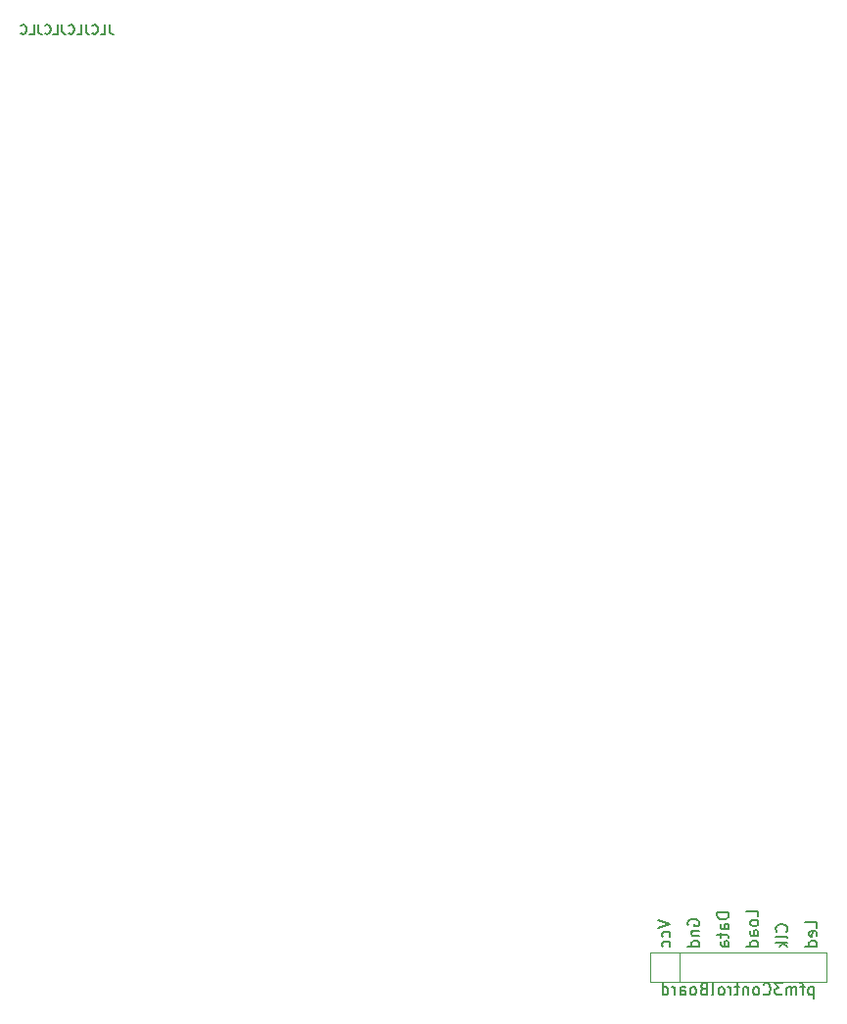
<source format=gbr>
G04 #@! TF.GenerationSoftware,KiCad,Pcbnew,(5.1.8)-1*
G04 #@! TF.CreationDate,2022-11-27T21:23:24+01:00*
G04 #@! TF.ProjectId,pfm3_ctrl,70666d33-5f63-4747-926c-2e6b69636164,rev?*
G04 #@! TF.SameCoordinates,Original*
G04 #@! TF.FileFunction,Legend,Bot*
G04 #@! TF.FilePolarity,Positive*
%FSLAX46Y46*%
G04 Gerber Fmt 4.6, Leading zero omitted, Abs format (unit mm)*
G04 Created by KiCad (PCBNEW (5.1.8)-1) date 2022-11-27 21:23:24*
%MOMM*%
%LPD*%
G01*
G04 APERTURE LIST*
%ADD10C,0.120000*%
%ADD11C,0.150000*%
G04 APERTURE END LIST*
D10*
X127762000Y-116205000D02*
X127762000Y-118745000D01*
X140462000Y-118745000D02*
X125222000Y-118745000D01*
X140462000Y-116205000D02*
X140462000Y-118745000D01*
X125222000Y-116205000D02*
X140462000Y-116205000D01*
X125222000Y-118745000D02*
X125222000Y-116205000D01*
D11*
X139365809Y-119165714D02*
X139365809Y-120165714D01*
X139365809Y-119213333D02*
X139270571Y-119165714D01*
X139080095Y-119165714D01*
X138984857Y-119213333D01*
X138937238Y-119260952D01*
X138889619Y-119356190D01*
X138889619Y-119641904D01*
X138937238Y-119737142D01*
X138984857Y-119784761D01*
X139080095Y-119832380D01*
X139270571Y-119832380D01*
X139365809Y-119784761D01*
X138603904Y-119165714D02*
X138222952Y-119165714D01*
X138461047Y-119832380D02*
X138461047Y-118975238D01*
X138413428Y-118880000D01*
X138318190Y-118832380D01*
X138222952Y-118832380D01*
X137889619Y-119832380D02*
X137889619Y-119165714D01*
X137889619Y-119260952D02*
X137842000Y-119213333D01*
X137746761Y-119165714D01*
X137603904Y-119165714D01*
X137508666Y-119213333D01*
X137461047Y-119308571D01*
X137461047Y-119832380D01*
X137461047Y-119308571D02*
X137413428Y-119213333D01*
X137318190Y-119165714D01*
X137175333Y-119165714D01*
X137080095Y-119213333D01*
X137032476Y-119308571D01*
X137032476Y-119832380D01*
X136651523Y-118832380D02*
X136032476Y-118832380D01*
X136365809Y-119213333D01*
X136222952Y-119213333D01*
X136127714Y-119260952D01*
X136080095Y-119308571D01*
X136032476Y-119403809D01*
X136032476Y-119641904D01*
X136080095Y-119737142D01*
X136127714Y-119784761D01*
X136222952Y-119832380D01*
X136508666Y-119832380D01*
X136603904Y-119784761D01*
X136651523Y-119737142D01*
X135032476Y-119737142D02*
X135080095Y-119784761D01*
X135222952Y-119832380D01*
X135318190Y-119832380D01*
X135461047Y-119784761D01*
X135556285Y-119689523D01*
X135603904Y-119594285D01*
X135651523Y-119403809D01*
X135651523Y-119260952D01*
X135603904Y-119070476D01*
X135556285Y-118975238D01*
X135461047Y-118880000D01*
X135318190Y-118832380D01*
X135222952Y-118832380D01*
X135080095Y-118880000D01*
X135032476Y-118927619D01*
X134461047Y-119832380D02*
X134556285Y-119784761D01*
X134603904Y-119737142D01*
X134651523Y-119641904D01*
X134651523Y-119356190D01*
X134603904Y-119260952D01*
X134556285Y-119213333D01*
X134461047Y-119165714D01*
X134318190Y-119165714D01*
X134222952Y-119213333D01*
X134175333Y-119260952D01*
X134127714Y-119356190D01*
X134127714Y-119641904D01*
X134175333Y-119737142D01*
X134222952Y-119784761D01*
X134318190Y-119832380D01*
X134461047Y-119832380D01*
X133699142Y-119165714D02*
X133699142Y-119832380D01*
X133699142Y-119260952D02*
X133651523Y-119213333D01*
X133556285Y-119165714D01*
X133413428Y-119165714D01*
X133318190Y-119213333D01*
X133270571Y-119308571D01*
X133270571Y-119832380D01*
X132937238Y-119165714D02*
X132556285Y-119165714D01*
X132794380Y-118832380D02*
X132794380Y-119689523D01*
X132746761Y-119784761D01*
X132651523Y-119832380D01*
X132556285Y-119832380D01*
X132222952Y-119832380D02*
X132222952Y-119165714D01*
X132222952Y-119356190D02*
X132175333Y-119260952D01*
X132127714Y-119213333D01*
X132032476Y-119165714D01*
X131937238Y-119165714D01*
X131461047Y-119832380D02*
X131556285Y-119784761D01*
X131603904Y-119737142D01*
X131651523Y-119641904D01*
X131651523Y-119356190D01*
X131603904Y-119260952D01*
X131556285Y-119213333D01*
X131461047Y-119165714D01*
X131318190Y-119165714D01*
X131222952Y-119213333D01*
X131175333Y-119260952D01*
X131127714Y-119356190D01*
X131127714Y-119641904D01*
X131175333Y-119737142D01*
X131222952Y-119784761D01*
X131318190Y-119832380D01*
X131461047Y-119832380D01*
X130556285Y-119832380D02*
X130651523Y-119784761D01*
X130699142Y-119689523D01*
X130699142Y-118832380D01*
X129842000Y-119308571D02*
X129699142Y-119356190D01*
X129651523Y-119403809D01*
X129603904Y-119499047D01*
X129603904Y-119641904D01*
X129651523Y-119737142D01*
X129699142Y-119784761D01*
X129794380Y-119832380D01*
X130175333Y-119832380D01*
X130175333Y-118832380D01*
X129842000Y-118832380D01*
X129746761Y-118880000D01*
X129699142Y-118927619D01*
X129651523Y-119022857D01*
X129651523Y-119118095D01*
X129699142Y-119213333D01*
X129746761Y-119260952D01*
X129842000Y-119308571D01*
X130175333Y-119308571D01*
X129032476Y-119832380D02*
X129127714Y-119784761D01*
X129175333Y-119737142D01*
X129222952Y-119641904D01*
X129222952Y-119356190D01*
X129175333Y-119260952D01*
X129127714Y-119213333D01*
X129032476Y-119165714D01*
X128889619Y-119165714D01*
X128794380Y-119213333D01*
X128746761Y-119260952D01*
X128699142Y-119356190D01*
X128699142Y-119641904D01*
X128746761Y-119737142D01*
X128794380Y-119784761D01*
X128889619Y-119832380D01*
X129032476Y-119832380D01*
X127842000Y-119832380D02*
X127842000Y-119308571D01*
X127889619Y-119213333D01*
X127984857Y-119165714D01*
X128175333Y-119165714D01*
X128270571Y-119213333D01*
X127842000Y-119784761D02*
X127937238Y-119832380D01*
X128175333Y-119832380D01*
X128270571Y-119784761D01*
X128318190Y-119689523D01*
X128318190Y-119594285D01*
X128270571Y-119499047D01*
X128175333Y-119451428D01*
X127937238Y-119451428D01*
X127842000Y-119403809D01*
X127365809Y-119832380D02*
X127365809Y-119165714D01*
X127365809Y-119356190D02*
X127318190Y-119260952D01*
X127270571Y-119213333D01*
X127175333Y-119165714D01*
X127080095Y-119165714D01*
X126318190Y-119832380D02*
X126318190Y-118832380D01*
X126318190Y-119784761D02*
X126413428Y-119832380D01*
X126603904Y-119832380D01*
X126699142Y-119784761D01*
X126746761Y-119737142D01*
X126794380Y-119641904D01*
X126794380Y-119356190D01*
X126746761Y-119260952D01*
X126699142Y-119213333D01*
X126603904Y-119165714D01*
X126413428Y-119165714D01*
X126318190Y-119213333D01*
X139644380Y-114022142D02*
X139644380Y-113545951D01*
X138644380Y-113545951D01*
X139596761Y-114736428D02*
X139644380Y-114641190D01*
X139644380Y-114450713D01*
X139596761Y-114355475D01*
X139501523Y-114307856D01*
X139120571Y-114307856D01*
X139025333Y-114355475D01*
X138977714Y-114450713D01*
X138977714Y-114641190D01*
X139025333Y-114736428D01*
X139120571Y-114784047D01*
X139215809Y-114784047D01*
X139311047Y-114307856D01*
X139644380Y-115641190D02*
X138644380Y-115641190D01*
X139596761Y-115641190D02*
X139644380Y-115545951D01*
X139644380Y-115355475D01*
X139596761Y-115260237D01*
X139549142Y-115212618D01*
X139453904Y-115164999D01*
X139168190Y-115164999D01*
X139072952Y-115212618D01*
X139025333Y-115260237D01*
X138977714Y-115355475D01*
X138977714Y-115545951D01*
X139025333Y-115641190D01*
X137009142Y-114355476D02*
X137056761Y-114307857D01*
X137104380Y-114164999D01*
X137104380Y-114069761D01*
X137056761Y-113926904D01*
X136961523Y-113831666D01*
X136866285Y-113784047D01*
X136675809Y-113736428D01*
X136532952Y-113736428D01*
X136342476Y-113784047D01*
X136247238Y-113831666D01*
X136152000Y-113926904D01*
X136104380Y-114069761D01*
X136104380Y-114164999D01*
X136152000Y-114307857D01*
X136199619Y-114355476D01*
X137104380Y-114926904D02*
X137056761Y-114831666D01*
X136961523Y-114784047D01*
X136104380Y-114784047D01*
X137104380Y-115307857D02*
X136104380Y-115307857D01*
X136723428Y-115403095D02*
X137104380Y-115688809D01*
X136437714Y-115688809D02*
X136818666Y-115307857D01*
X134564380Y-113069760D02*
X134564380Y-112593570D01*
X133564380Y-112593570D01*
X134564380Y-113545951D02*
X134516761Y-113450713D01*
X134469142Y-113403094D01*
X134373904Y-113355475D01*
X134088190Y-113355475D01*
X133992952Y-113403094D01*
X133945333Y-113450713D01*
X133897714Y-113545951D01*
X133897714Y-113688808D01*
X133945333Y-113784046D01*
X133992952Y-113831665D01*
X134088190Y-113879284D01*
X134373904Y-113879284D01*
X134469142Y-113831665D01*
X134516761Y-113784046D01*
X134564380Y-113688808D01*
X134564380Y-113545951D01*
X134564380Y-114736427D02*
X134040571Y-114736427D01*
X133945333Y-114688808D01*
X133897714Y-114593570D01*
X133897714Y-114403094D01*
X133945333Y-114307856D01*
X134516761Y-114736427D02*
X134564380Y-114641189D01*
X134564380Y-114403094D01*
X134516761Y-114307856D01*
X134421523Y-114260237D01*
X134326285Y-114260237D01*
X134231047Y-114307856D01*
X134183428Y-114403094D01*
X134183428Y-114641189D01*
X134135809Y-114736427D01*
X134564380Y-115641189D02*
X133564380Y-115641189D01*
X134516761Y-115641189D02*
X134564380Y-115545951D01*
X134564380Y-115355475D01*
X134516761Y-115260237D01*
X134469142Y-115212618D01*
X134373904Y-115164999D01*
X134088190Y-115164999D01*
X133992952Y-115212618D01*
X133945333Y-115260237D01*
X133897714Y-115355475D01*
X133897714Y-115545951D01*
X133945333Y-115641189D01*
X132024380Y-112736428D02*
X131024380Y-112736428D01*
X131024380Y-112974523D01*
X131072000Y-113117380D01*
X131167238Y-113212618D01*
X131262476Y-113260237D01*
X131452952Y-113307856D01*
X131595809Y-113307856D01*
X131786285Y-113260237D01*
X131881523Y-113212618D01*
X131976761Y-113117380D01*
X132024380Y-112974523D01*
X132024380Y-112736428D01*
X132024380Y-114164999D02*
X131500571Y-114164999D01*
X131405333Y-114117380D01*
X131357714Y-114022142D01*
X131357714Y-113831666D01*
X131405333Y-113736428D01*
X131976761Y-114164999D02*
X132024380Y-114069761D01*
X132024380Y-113831666D01*
X131976761Y-113736428D01*
X131881523Y-113688809D01*
X131786285Y-113688809D01*
X131691047Y-113736428D01*
X131643428Y-113831666D01*
X131643428Y-114069761D01*
X131595809Y-114164999D01*
X131357714Y-114498332D02*
X131357714Y-114879285D01*
X131024380Y-114641189D02*
X131881523Y-114641189D01*
X131976761Y-114688809D01*
X132024380Y-114784047D01*
X132024380Y-114879285D01*
X132024380Y-115641189D02*
X131500571Y-115641189D01*
X131405333Y-115593570D01*
X131357714Y-115498332D01*
X131357714Y-115307856D01*
X131405333Y-115212618D01*
X131976761Y-115641189D02*
X132024380Y-115545951D01*
X132024380Y-115307856D01*
X131976761Y-115212618D01*
X131881523Y-115164999D01*
X131786285Y-115164999D01*
X131691047Y-115212618D01*
X131643428Y-115307856D01*
X131643428Y-115545951D01*
X131595809Y-115641189D01*
X128532000Y-113831665D02*
X128484380Y-113736427D01*
X128484380Y-113593570D01*
X128532000Y-113450713D01*
X128627238Y-113355475D01*
X128722476Y-113307856D01*
X128912952Y-113260237D01*
X129055809Y-113260237D01*
X129246285Y-113307856D01*
X129341523Y-113355475D01*
X129436761Y-113450713D01*
X129484380Y-113593570D01*
X129484380Y-113688808D01*
X129436761Y-113831665D01*
X129389142Y-113879284D01*
X129055809Y-113879284D01*
X129055809Y-113688808D01*
X128817714Y-114307856D02*
X129484380Y-114307856D01*
X128912952Y-114307856D02*
X128865333Y-114355475D01*
X128817714Y-114450713D01*
X128817714Y-114593570D01*
X128865333Y-114688808D01*
X128960571Y-114736427D01*
X129484380Y-114736427D01*
X129484380Y-115641189D02*
X128484380Y-115641189D01*
X129436761Y-115641189D02*
X129484380Y-115545951D01*
X129484380Y-115355475D01*
X129436761Y-115260237D01*
X129389142Y-115212618D01*
X129293904Y-115164999D01*
X129008190Y-115164999D01*
X128912952Y-115212618D01*
X128865333Y-115260237D01*
X128817714Y-115355475D01*
X128817714Y-115545951D01*
X128865333Y-115641189D01*
X125944380Y-113403094D02*
X126944380Y-113736428D01*
X125944380Y-114069761D01*
X126896761Y-114831666D02*
X126944380Y-114736428D01*
X126944380Y-114545951D01*
X126896761Y-114450713D01*
X126849142Y-114403094D01*
X126753904Y-114355475D01*
X126468190Y-114355475D01*
X126372952Y-114403094D01*
X126325333Y-114450713D01*
X126277714Y-114545951D01*
X126277714Y-114736428D01*
X126325333Y-114831666D01*
X126896761Y-115688809D02*
X126944380Y-115593571D01*
X126944380Y-115403094D01*
X126896761Y-115307856D01*
X126849142Y-115260237D01*
X126753904Y-115212618D01*
X126468190Y-115212618D01*
X126372952Y-115260237D01*
X126325333Y-115307856D01*
X126277714Y-115403094D01*
X126277714Y-115593571D01*
X126325333Y-115688809D01*
X78498238Y-36010904D02*
X78498238Y-36582333D01*
X78536333Y-36696619D01*
X78612523Y-36772809D01*
X78726809Y-36810904D01*
X78803000Y-36810904D01*
X77736333Y-36810904D02*
X78117285Y-36810904D01*
X78117285Y-36010904D01*
X77012523Y-36734714D02*
X77050619Y-36772809D01*
X77164904Y-36810904D01*
X77241095Y-36810904D01*
X77355380Y-36772809D01*
X77431571Y-36696619D01*
X77469666Y-36620428D01*
X77507761Y-36468047D01*
X77507761Y-36353761D01*
X77469666Y-36201380D01*
X77431571Y-36125190D01*
X77355380Y-36049000D01*
X77241095Y-36010904D01*
X77164904Y-36010904D01*
X77050619Y-36049000D01*
X77012523Y-36087095D01*
X76441095Y-36010904D02*
X76441095Y-36582333D01*
X76479190Y-36696619D01*
X76555380Y-36772809D01*
X76669666Y-36810904D01*
X76745857Y-36810904D01*
X75679190Y-36810904D02*
X76060142Y-36810904D01*
X76060142Y-36010904D01*
X74955380Y-36734714D02*
X74993476Y-36772809D01*
X75107761Y-36810904D01*
X75183952Y-36810904D01*
X75298238Y-36772809D01*
X75374428Y-36696619D01*
X75412523Y-36620428D01*
X75450619Y-36468047D01*
X75450619Y-36353761D01*
X75412523Y-36201380D01*
X75374428Y-36125190D01*
X75298238Y-36049000D01*
X75183952Y-36010904D01*
X75107761Y-36010904D01*
X74993476Y-36049000D01*
X74955380Y-36087095D01*
X74383952Y-36010904D02*
X74383952Y-36582333D01*
X74422047Y-36696619D01*
X74498238Y-36772809D01*
X74612523Y-36810904D01*
X74688714Y-36810904D01*
X73622047Y-36810904D02*
X74003000Y-36810904D01*
X74003000Y-36010904D01*
X72898238Y-36734714D02*
X72936333Y-36772809D01*
X73050619Y-36810904D01*
X73126809Y-36810904D01*
X73241095Y-36772809D01*
X73317285Y-36696619D01*
X73355380Y-36620428D01*
X73393476Y-36468047D01*
X73393476Y-36353761D01*
X73355380Y-36201380D01*
X73317285Y-36125190D01*
X73241095Y-36049000D01*
X73126809Y-36010904D01*
X73050619Y-36010904D01*
X72936333Y-36049000D01*
X72898238Y-36087095D01*
X72326809Y-36010904D02*
X72326809Y-36582333D01*
X72364904Y-36696619D01*
X72441095Y-36772809D01*
X72555380Y-36810904D01*
X72631571Y-36810904D01*
X71564904Y-36810904D02*
X71945857Y-36810904D01*
X71945857Y-36010904D01*
X70841095Y-36734714D02*
X70879190Y-36772809D01*
X70993476Y-36810904D01*
X71069666Y-36810904D01*
X71183952Y-36772809D01*
X71260142Y-36696619D01*
X71298238Y-36620428D01*
X71336333Y-36468047D01*
X71336333Y-36353761D01*
X71298238Y-36201380D01*
X71260142Y-36125190D01*
X71183952Y-36049000D01*
X71069666Y-36010904D01*
X70993476Y-36010904D01*
X70879190Y-36049000D01*
X70841095Y-36087095D01*
M02*

</source>
